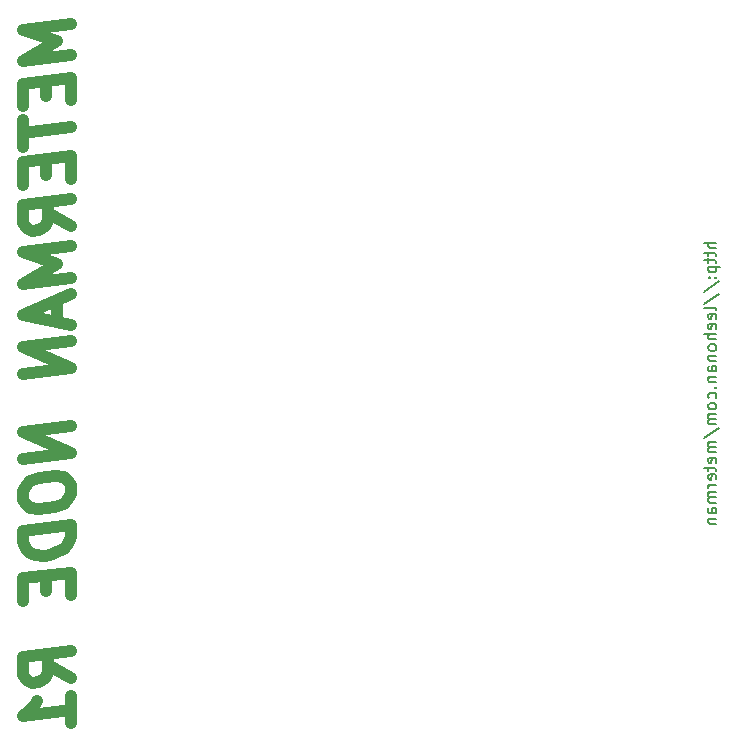
<source format=gbo>
G04 #@! TF.FileFunction,Legend,Bot*
%FSLAX46Y46*%
G04 Gerber Fmt 4.6, Leading zero omitted, Abs format (unit mm)*
G04 Created by KiCad (PCBNEW 4.0.6) date Thursday, 05 October 2017 'PMt' 05:15:57 PM*
%MOMM*%
%LPD*%
G01*
G04 APERTURE LIST*
%ADD10C,0.100000*%
%ADD11C,0.150000*%
%ADD12C,1.000000*%
G04 APERTURE END LIST*
D10*
D11*
X179752381Y-90395237D02*
X178752381Y-90395237D01*
X179752381Y-90823809D02*
X179228571Y-90823809D01*
X179133333Y-90776190D01*
X179085714Y-90680952D01*
X179085714Y-90538094D01*
X179133333Y-90442856D01*
X179180952Y-90395237D01*
X179085714Y-91157142D02*
X179085714Y-91538094D01*
X178752381Y-91299999D02*
X179609524Y-91299999D01*
X179704762Y-91347618D01*
X179752381Y-91442856D01*
X179752381Y-91538094D01*
X179085714Y-91728571D02*
X179085714Y-92109523D01*
X178752381Y-91871428D02*
X179609524Y-91871428D01*
X179704762Y-91919047D01*
X179752381Y-92014285D01*
X179752381Y-92109523D01*
X179085714Y-92442857D02*
X180085714Y-92442857D01*
X179133333Y-92442857D02*
X179085714Y-92538095D01*
X179085714Y-92728572D01*
X179133333Y-92823810D01*
X179180952Y-92871429D01*
X179276190Y-92919048D01*
X179561905Y-92919048D01*
X179657143Y-92871429D01*
X179704762Y-92823810D01*
X179752381Y-92728572D01*
X179752381Y-92538095D01*
X179704762Y-92442857D01*
X179657143Y-93347619D02*
X179704762Y-93395238D01*
X179752381Y-93347619D01*
X179704762Y-93300000D01*
X179657143Y-93347619D01*
X179752381Y-93347619D01*
X179133333Y-93347619D02*
X179180952Y-93395238D01*
X179228571Y-93347619D01*
X179180952Y-93300000D01*
X179133333Y-93347619D01*
X179228571Y-93347619D01*
X178704762Y-94538095D02*
X179990476Y-93680952D01*
X178704762Y-95585714D02*
X179990476Y-94728571D01*
X179752381Y-96061904D02*
X179704762Y-95966666D01*
X179609524Y-95919047D01*
X178752381Y-95919047D01*
X179704762Y-96823810D02*
X179752381Y-96728572D01*
X179752381Y-96538095D01*
X179704762Y-96442857D01*
X179609524Y-96395238D01*
X179228571Y-96395238D01*
X179133333Y-96442857D01*
X179085714Y-96538095D01*
X179085714Y-96728572D01*
X179133333Y-96823810D01*
X179228571Y-96871429D01*
X179323810Y-96871429D01*
X179419048Y-96395238D01*
X179704762Y-97680953D02*
X179752381Y-97585715D01*
X179752381Y-97395238D01*
X179704762Y-97300000D01*
X179609524Y-97252381D01*
X179228571Y-97252381D01*
X179133333Y-97300000D01*
X179085714Y-97395238D01*
X179085714Y-97585715D01*
X179133333Y-97680953D01*
X179228571Y-97728572D01*
X179323810Y-97728572D01*
X179419048Y-97252381D01*
X179752381Y-98157143D02*
X178752381Y-98157143D01*
X179752381Y-98585715D02*
X179228571Y-98585715D01*
X179133333Y-98538096D01*
X179085714Y-98442858D01*
X179085714Y-98300000D01*
X179133333Y-98204762D01*
X179180952Y-98157143D01*
X179752381Y-99204762D02*
X179704762Y-99109524D01*
X179657143Y-99061905D01*
X179561905Y-99014286D01*
X179276190Y-99014286D01*
X179180952Y-99061905D01*
X179133333Y-99109524D01*
X179085714Y-99204762D01*
X179085714Y-99347620D01*
X179133333Y-99442858D01*
X179180952Y-99490477D01*
X179276190Y-99538096D01*
X179561905Y-99538096D01*
X179657143Y-99490477D01*
X179704762Y-99442858D01*
X179752381Y-99347620D01*
X179752381Y-99204762D01*
X179085714Y-99966667D02*
X179752381Y-99966667D01*
X179180952Y-99966667D02*
X179133333Y-100014286D01*
X179085714Y-100109524D01*
X179085714Y-100252382D01*
X179133333Y-100347620D01*
X179228571Y-100395239D01*
X179752381Y-100395239D01*
X179752381Y-101300001D02*
X179228571Y-101300001D01*
X179133333Y-101252382D01*
X179085714Y-101157144D01*
X179085714Y-100966667D01*
X179133333Y-100871429D01*
X179704762Y-101300001D02*
X179752381Y-101204763D01*
X179752381Y-100966667D01*
X179704762Y-100871429D01*
X179609524Y-100823810D01*
X179514286Y-100823810D01*
X179419048Y-100871429D01*
X179371429Y-100966667D01*
X179371429Y-101204763D01*
X179323810Y-101300001D01*
X179085714Y-101776191D02*
X179752381Y-101776191D01*
X179180952Y-101776191D02*
X179133333Y-101823810D01*
X179085714Y-101919048D01*
X179085714Y-102061906D01*
X179133333Y-102157144D01*
X179228571Y-102204763D01*
X179752381Y-102204763D01*
X179657143Y-102680953D02*
X179704762Y-102728572D01*
X179752381Y-102680953D01*
X179704762Y-102633334D01*
X179657143Y-102680953D01*
X179752381Y-102680953D01*
X179704762Y-103585715D02*
X179752381Y-103490477D01*
X179752381Y-103300000D01*
X179704762Y-103204762D01*
X179657143Y-103157143D01*
X179561905Y-103109524D01*
X179276190Y-103109524D01*
X179180952Y-103157143D01*
X179133333Y-103204762D01*
X179085714Y-103300000D01*
X179085714Y-103490477D01*
X179133333Y-103585715D01*
X179752381Y-104157143D02*
X179704762Y-104061905D01*
X179657143Y-104014286D01*
X179561905Y-103966667D01*
X179276190Y-103966667D01*
X179180952Y-104014286D01*
X179133333Y-104061905D01*
X179085714Y-104157143D01*
X179085714Y-104300001D01*
X179133333Y-104395239D01*
X179180952Y-104442858D01*
X179276190Y-104490477D01*
X179561905Y-104490477D01*
X179657143Y-104442858D01*
X179704762Y-104395239D01*
X179752381Y-104300001D01*
X179752381Y-104157143D01*
X179752381Y-104919048D02*
X179085714Y-104919048D01*
X179180952Y-104919048D02*
X179133333Y-104966667D01*
X179085714Y-105061905D01*
X179085714Y-105204763D01*
X179133333Y-105300001D01*
X179228571Y-105347620D01*
X179752381Y-105347620D01*
X179228571Y-105347620D02*
X179133333Y-105395239D01*
X179085714Y-105490477D01*
X179085714Y-105633334D01*
X179133333Y-105728572D01*
X179228571Y-105776191D01*
X179752381Y-105776191D01*
X178704762Y-106966667D02*
X179990476Y-106109524D01*
X179752381Y-107300000D02*
X179085714Y-107300000D01*
X179180952Y-107300000D02*
X179133333Y-107347619D01*
X179085714Y-107442857D01*
X179085714Y-107585715D01*
X179133333Y-107680953D01*
X179228571Y-107728572D01*
X179752381Y-107728572D01*
X179228571Y-107728572D02*
X179133333Y-107776191D01*
X179085714Y-107871429D01*
X179085714Y-108014286D01*
X179133333Y-108109524D01*
X179228571Y-108157143D01*
X179752381Y-108157143D01*
X179704762Y-109014286D02*
X179752381Y-108919048D01*
X179752381Y-108728571D01*
X179704762Y-108633333D01*
X179609524Y-108585714D01*
X179228571Y-108585714D01*
X179133333Y-108633333D01*
X179085714Y-108728571D01*
X179085714Y-108919048D01*
X179133333Y-109014286D01*
X179228571Y-109061905D01*
X179323810Y-109061905D01*
X179419048Y-108585714D01*
X179085714Y-109347619D02*
X179085714Y-109728571D01*
X178752381Y-109490476D02*
X179609524Y-109490476D01*
X179704762Y-109538095D01*
X179752381Y-109633333D01*
X179752381Y-109728571D01*
X179704762Y-110442858D02*
X179752381Y-110347620D01*
X179752381Y-110157143D01*
X179704762Y-110061905D01*
X179609524Y-110014286D01*
X179228571Y-110014286D01*
X179133333Y-110061905D01*
X179085714Y-110157143D01*
X179085714Y-110347620D01*
X179133333Y-110442858D01*
X179228571Y-110490477D01*
X179323810Y-110490477D01*
X179419048Y-110014286D01*
X179752381Y-110919048D02*
X179085714Y-110919048D01*
X179276190Y-110919048D02*
X179180952Y-110966667D01*
X179133333Y-111014286D01*
X179085714Y-111109524D01*
X179085714Y-111204763D01*
X179752381Y-111538096D02*
X179085714Y-111538096D01*
X179180952Y-111538096D02*
X179133333Y-111585715D01*
X179085714Y-111680953D01*
X179085714Y-111823811D01*
X179133333Y-111919049D01*
X179228571Y-111966668D01*
X179752381Y-111966668D01*
X179228571Y-111966668D02*
X179133333Y-112014287D01*
X179085714Y-112109525D01*
X179085714Y-112252382D01*
X179133333Y-112347620D01*
X179228571Y-112395239D01*
X179752381Y-112395239D01*
X179752381Y-113300001D02*
X179228571Y-113300001D01*
X179133333Y-113252382D01*
X179085714Y-113157144D01*
X179085714Y-112966667D01*
X179133333Y-112871429D01*
X179704762Y-113300001D02*
X179752381Y-113204763D01*
X179752381Y-112966667D01*
X179704762Y-112871429D01*
X179609524Y-112823810D01*
X179514286Y-112823810D01*
X179419048Y-112871429D01*
X179371429Y-112966667D01*
X179371429Y-113204763D01*
X179323810Y-113300001D01*
X179085714Y-113776191D02*
X179752381Y-113776191D01*
X179180952Y-113776191D02*
X179133333Y-113823810D01*
X179085714Y-113919048D01*
X179085714Y-114061906D01*
X179133333Y-114157144D01*
X179228571Y-114204763D01*
X179752381Y-114204763D01*
D12*
X125109524Y-71850000D02*
X121109524Y-72350000D01*
X123966667Y-73326190D01*
X121109524Y-75016667D01*
X125109524Y-74516667D01*
X123014286Y-76683333D02*
X123014286Y-78016666D01*
X125109524Y-78326191D02*
X125109524Y-76421429D01*
X121109524Y-76921429D01*
X121109524Y-78826191D01*
X121109524Y-79969048D02*
X121109524Y-82254763D01*
X125109524Y-80611906D02*
X121109524Y-81111906D01*
X123014286Y-83350000D02*
X123014286Y-84683333D01*
X125109524Y-84992858D02*
X125109524Y-83088096D01*
X121109524Y-83588096D01*
X121109524Y-85492858D01*
X125109524Y-88992858D02*
X123204762Y-87897620D01*
X125109524Y-86707144D02*
X121109524Y-87207144D01*
X121109524Y-88730953D01*
X121300000Y-89088096D01*
X121490476Y-89254763D01*
X121871429Y-89397619D01*
X122442857Y-89326191D01*
X122823810Y-89088096D01*
X123014286Y-88873810D01*
X123204762Y-88469048D01*
X123204762Y-86945239D01*
X125109524Y-90707144D02*
X121109524Y-91207144D01*
X123966667Y-92183334D01*
X121109524Y-93873811D01*
X125109524Y-93373811D01*
X123966667Y-95230954D02*
X123966667Y-97135716D01*
X125109524Y-94707144D02*
X121109524Y-96540478D01*
X125109524Y-97373811D01*
X125109524Y-98707144D02*
X121109524Y-99207144D01*
X125109524Y-100992858D01*
X121109524Y-101492858D01*
X125109524Y-105945239D02*
X121109524Y-106445239D01*
X125109524Y-108230953D01*
X121109524Y-108730953D01*
X121109524Y-111397620D02*
X121109524Y-112159524D01*
X121300000Y-112516667D01*
X121680952Y-112850000D01*
X122442857Y-112945238D01*
X123776190Y-112778571D01*
X124538095Y-112492857D01*
X124919048Y-112064286D01*
X125109524Y-111659524D01*
X125109524Y-110897620D01*
X124919048Y-110540476D01*
X124538095Y-110207143D01*
X123776190Y-110111905D01*
X122442857Y-110278572D01*
X121680952Y-110564286D01*
X121300000Y-110992857D01*
X121109524Y-111397620D01*
X125109524Y-114326191D02*
X121109524Y-114826191D01*
X121109524Y-115778572D01*
X121300000Y-116326190D01*
X121680952Y-116659524D01*
X122061905Y-116802381D01*
X122823810Y-116897619D01*
X123395238Y-116826190D01*
X124157143Y-116540476D01*
X124538095Y-116302381D01*
X124919048Y-115873809D01*
X125109524Y-115278572D01*
X125109524Y-114326191D01*
X123014286Y-118588095D02*
X123014286Y-119921428D01*
X125109524Y-120230953D02*
X125109524Y-118326191D01*
X121109524Y-118826191D01*
X121109524Y-120730953D01*
X125109524Y-127278572D02*
X123204762Y-126183334D01*
X125109524Y-124992858D02*
X121109524Y-125492858D01*
X121109524Y-127016667D01*
X121300000Y-127373810D01*
X121490476Y-127540477D01*
X121871429Y-127683333D01*
X122442857Y-127611905D01*
X122823810Y-127373810D01*
X123014286Y-127159524D01*
X123204762Y-126754762D01*
X123204762Y-125230953D01*
X125109524Y-131088096D02*
X125109524Y-128802382D01*
X125109524Y-129945239D02*
X121109524Y-130445239D01*
X121680952Y-129992858D01*
X122061905Y-129564286D01*
X122252381Y-129159524D01*
M02*

</source>
